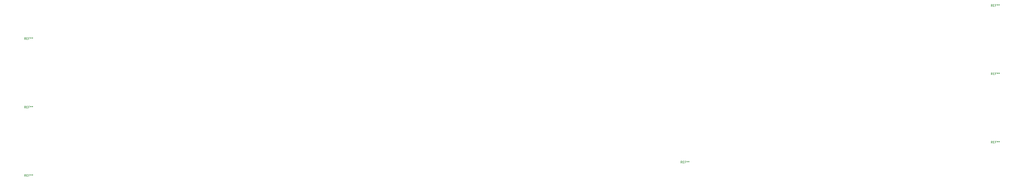
<source format=gto>
G04 #@! TF.GenerationSoftware,KiCad,Pcbnew,8.0.3*
G04 #@! TF.CreationDate,2024-09-11T17:16:18-04:00*
G04 #@! TF.ProjectId,cover_plate,636f7665-725f-4706-9c61-74652e6b6963,rev?*
G04 #@! TF.SameCoordinates,Original*
G04 #@! TF.FileFunction,Legend,Top*
G04 #@! TF.FilePolarity,Positive*
%FSLAX46Y46*%
G04 Gerber Fmt 4.6, Leading zero omitted, Abs format (unit mm)*
G04 Created by KiCad (PCBNEW 8.0.3) date 2024-09-11 17:16:18*
%MOMM*%
%LPD*%
G01*
G04 APERTURE LIST*
%ADD10C,0.150000*%
%ADD11C,2.200000*%
G04 APERTURE END LIST*
D10*
X79016666Y-127184819D02*
X78683333Y-126708628D01*
X78445238Y-127184819D02*
X78445238Y-126184819D01*
X78445238Y-126184819D02*
X78826190Y-126184819D01*
X78826190Y-126184819D02*
X78921428Y-126232438D01*
X78921428Y-126232438D02*
X78969047Y-126280057D01*
X78969047Y-126280057D02*
X79016666Y-126375295D01*
X79016666Y-126375295D02*
X79016666Y-126518152D01*
X79016666Y-126518152D02*
X78969047Y-126613390D01*
X78969047Y-126613390D02*
X78921428Y-126661009D01*
X78921428Y-126661009D02*
X78826190Y-126708628D01*
X78826190Y-126708628D02*
X78445238Y-126708628D01*
X79445238Y-126661009D02*
X79778571Y-126661009D01*
X79921428Y-127184819D02*
X79445238Y-127184819D01*
X79445238Y-127184819D02*
X79445238Y-126184819D01*
X79445238Y-126184819D02*
X79921428Y-126184819D01*
X80683333Y-126661009D02*
X80350000Y-126661009D01*
X80350000Y-127184819D02*
X80350000Y-126184819D01*
X80350000Y-126184819D02*
X80826190Y-126184819D01*
X81350000Y-126184819D02*
X81350000Y-126422914D01*
X81111905Y-126327676D02*
X81350000Y-126422914D01*
X81350000Y-126422914D02*
X81588095Y-126327676D01*
X81207143Y-126613390D02*
X81350000Y-126422914D01*
X81350000Y-126422914D02*
X81492857Y-126613390D01*
X82111905Y-126184819D02*
X82111905Y-126422914D01*
X81873810Y-126327676D02*
X82111905Y-126422914D01*
X82111905Y-126422914D02*
X82350000Y-126327676D01*
X81969048Y-126613390D02*
X82111905Y-126422914D01*
X82111905Y-126422914D02*
X82254762Y-126613390D01*
X528576666Y-143584819D02*
X528243333Y-143108628D01*
X528005238Y-143584819D02*
X528005238Y-142584819D01*
X528005238Y-142584819D02*
X528386190Y-142584819D01*
X528386190Y-142584819D02*
X528481428Y-142632438D01*
X528481428Y-142632438D02*
X528529047Y-142680057D01*
X528529047Y-142680057D02*
X528576666Y-142775295D01*
X528576666Y-142775295D02*
X528576666Y-142918152D01*
X528576666Y-142918152D02*
X528529047Y-143013390D01*
X528529047Y-143013390D02*
X528481428Y-143061009D01*
X528481428Y-143061009D02*
X528386190Y-143108628D01*
X528386190Y-143108628D02*
X528005238Y-143108628D01*
X529005238Y-143061009D02*
X529338571Y-143061009D01*
X529481428Y-143584819D02*
X529005238Y-143584819D01*
X529005238Y-143584819D02*
X529005238Y-142584819D01*
X529005238Y-142584819D02*
X529481428Y-142584819D01*
X530243333Y-143061009D02*
X529910000Y-143061009D01*
X529910000Y-143584819D02*
X529910000Y-142584819D01*
X529910000Y-142584819D02*
X530386190Y-142584819D01*
X530910000Y-142584819D02*
X530910000Y-142822914D01*
X530671905Y-142727676D02*
X530910000Y-142822914D01*
X530910000Y-142822914D02*
X531148095Y-142727676D01*
X530767143Y-143013390D02*
X530910000Y-142822914D01*
X530910000Y-142822914D02*
X531052857Y-143013390D01*
X531671905Y-142584819D02*
X531671905Y-142822914D01*
X531433810Y-142727676D02*
X531671905Y-142822914D01*
X531671905Y-142822914D02*
X531910000Y-142727676D01*
X531529048Y-143013390D02*
X531671905Y-142822914D01*
X531671905Y-142822914D02*
X531814762Y-143013390D01*
X528566666Y-175424819D02*
X528233333Y-174948628D01*
X527995238Y-175424819D02*
X527995238Y-174424819D01*
X527995238Y-174424819D02*
X528376190Y-174424819D01*
X528376190Y-174424819D02*
X528471428Y-174472438D01*
X528471428Y-174472438D02*
X528519047Y-174520057D01*
X528519047Y-174520057D02*
X528566666Y-174615295D01*
X528566666Y-174615295D02*
X528566666Y-174758152D01*
X528566666Y-174758152D02*
X528519047Y-174853390D01*
X528519047Y-174853390D02*
X528471428Y-174901009D01*
X528471428Y-174901009D02*
X528376190Y-174948628D01*
X528376190Y-174948628D02*
X527995238Y-174948628D01*
X528995238Y-174901009D02*
X529328571Y-174901009D01*
X529471428Y-175424819D02*
X528995238Y-175424819D01*
X528995238Y-175424819D02*
X528995238Y-174424819D01*
X528995238Y-174424819D02*
X529471428Y-174424819D01*
X530233333Y-174901009D02*
X529900000Y-174901009D01*
X529900000Y-175424819D02*
X529900000Y-174424819D01*
X529900000Y-174424819D02*
X530376190Y-174424819D01*
X530900000Y-174424819D02*
X530900000Y-174662914D01*
X530661905Y-174567676D02*
X530900000Y-174662914D01*
X530900000Y-174662914D02*
X531138095Y-174567676D01*
X530757143Y-174853390D02*
X530900000Y-174662914D01*
X530900000Y-174662914D02*
X531042857Y-174853390D01*
X531661905Y-174424819D02*
X531661905Y-174662914D01*
X531423810Y-174567676D02*
X531661905Y-174662914D01*
X531661905Y-174662914D02*
X531900000Y-174567676D01*
X531519048Y-174853390D02*
X531661905Y-174662914D01*
X531661905Y-174662914D02*
X531804762Y-174853390D01*
X528566666Y-111814819D02*
X528233333Y-111338628D01*
X527995238Y-111814819D02*
X527995238Y-110814819D01*
X527995238Y-110814819D02*
X528376190Y-110814819D01*
X528376190Y-110814819D02*
X528471428Y-110862438D01*
X528471428Y-110862438D02*
X528519047Y-110910057D01*
X528519047Y-110910057D02*
X528566666Y-111005295D01*
X528566666Y-111005295D02*
X528566666Y-111148152D01*
X528566666Y-111148152D02*
X528519047Y-111243390D01*
X528519047Y-111243390D02*
X528471428Y-111291009D01*
X528471428Y-111291009D02*
X528376190Y-111338628D01*
X528376190Y-111338628D02*
X527995238Y-111338628D01*
X528995238Y-111291009D02*
X529328571Y-111291009D01*
X529471428Y-111814819D02*
X528995238Y-111814819D01*
X528995238Y-111814819D02*
X528995238Y-110814819D01*
X528995238Y-110814819D02*
X529471428Y-110814819D01*
X530233333Y-111291009D02*
X529900000Y-111291009D01*
X529900000Y-111814819D02*
X529900000Y-110814819D01*
X529900000Y-110814819D02*
X530376190Y-110814819D01*
X530900000Y-110814819D02*
X530900000Y-111052914D01*
X530661905Y-110957676D02*
X530900000Y-111052914D01*
X530900000Y-111052914D02*
X531138095Y-110957676D01*
X530757143Y-111243390D02*
X530900000Y-111052914D01*
X530900000Y-111052914D02*
X531042857Y-111243390D01*
X531661905Y-110814819D02*
X531661905Y-111052914D01*
X531423810Y-110957676D02*
X531661905Y-111052914D01*
X531661905Y-111052914D02*
X531900000Y-110957676D01*
X531519048Y-111243390D02*
X531661905Y-111052914D01*
X531661905Y-111052914D02*
X531804762Y-111243390D01*
X79006666Y-159114819D02*
X78673333Y-158638628D01*
X78435238Y-159114819D02*
X78435238Y-158114819D01*
X78435238Y-158114819D02*
X78816190Y-158114819D01*
X78816190Y-158114819D02*
X78911428Y-158162438D01*
X78911428Y-158162438D02*
X78959047Y-158210057D01*
X78959047Y-158210057D02*
X79006666Y-158305295D01*
X79006666Y-158305295D02*
X79006666Y-158448152D01*
X79006666Y-158448152D02*
X78959047Y-158543390D01*
X78959047Y-158543390D02*
X78911428Y-158591009D01*
X78911428Y-158591009D02*
X78816190Y-158638628D01*
X78816190Y-158638628D02*
X78435238Y-158638628D01*
X79435238Y-158591009D02*
X79768571Y-158591009D01*
X79911428Y-159114819D02*
X79435238Y-159114819D01*
X79435238Y-159114819D02*
X79435238Y-158114819D01*
X79435238Y-158114819D02*
X79911428Y-158114819D01*
X80673333Y-158591009D02*
X80340000Y-158591009D01*
X80340000Y-159114819D02*
X80340000Y-158114819D01*
X80340000Y-158114819D02*
X80816190Y-158114819D01*
X81340000Y-158114819D02*
X81340000Y-158352914D01*
X81101905Y-158257676D02*
X81340000Y-158352914D01*
X81340000Y-158352914D02*
X81578095Y-158257676D01*
X81197143Y-158543390D02*
X81340000Y-158352914D01*
X81340000Y-158352914D02*
X81482857Y-158543390D01*
X82101905Y-158114819D02*
X82101905Y-158352914D01*
X81863810Y-158257676D02*
X82101905Y-158352914D01*
X82101905Y-158352914D02*
X82340000Y-158257676D01*
X81959048Y-158543390D02*
X82101905Y-158352914D01*
X82101905Y-158352914D02*
X82244762Y-158543390D01*
X79036666Y-190914819D02*
X78703333Y-190438628D01*
X78465238Y-190914819D02*
X78465238Y-189914819D01*
X78465238Y-189914819D02*
X78846190Y-189914819D01*
X78846190Y-189914819D02*
X78941428Y-189962438D01*
X78941428Y-189962438D02*
X78989047Y-190010057D01*
X78989047Y-190010057D02*
X79036666Y-190105295D01*
X79036666Y-190105295D02*
X79036666Y-190248152D01*
X79036666Y-190248152D02*
X78989047Y-190343390D01*
X78989047Y-190343390D02*
X78941428Y-190391009D01*
X78941428Y-190391009D02*
X78846190Y-190438628D01*
X78846190Y-190438628D02*
X78465238Y-190438628D01*
X79465238Y-190391009D02*
X79798571Y-190391009D01*
X79941428Y-190914819D02*
X79465238Y-190914819D01*
X79465238Y-190914819D02*
X79465238Y-189914819D01*
X79465238Y-189914819D02*
X79941428Y-189914819D01*
X80703333Y-190391009D02*
X80370000Y-190391009D01*
X80370000Y-190914819D02*
X80370000Y-189914819D01*
X80370000Y-189914819D02*
X80846190Y-189914819D01*
X81370000Y-189914819D02*
X81370000Y-190152914D01*
X81131905Y-190057676D02*
X81370000Y-190152914D01*
X81370000Y-190152914D02*
X81608095Y-190057676D01*
X81227143Y-190343390D02*
X81370000Y-190152914D01*
X81370000Y-190152914D02*
X81512857Y-190343390D01*
X82131905Y-189914819D02*
X82131905Y-190152914D01*
X81893810Y-190057676D02*
X82131905Y-190152914D01*
X82131905Y-190152914D02*
X82370000Y-190057676D01*
X81989048Y-190343390D02*
X82131905Y-190152914D01*
X82131905Y-190152914D02*
X82274762Y-190343390D01*
X384256666Y-184724819D02*
X383923333Y-184248628D01*
X383685238Y-184724819D02*
X383685238Y-183724819D01*
X383685238Y-183724819D02*
X384066190Y-183724819D01*
X384066190Y-183724819D02*
X384161428Y-183772438D01*
X384161428Y-183772438D02*
X384209047Y-183820057D01*
X384209047Y-183820057D02*
X384256666Y-183915295D01*
X384256666Y-183915295D02*
X384256666Y-184058152D01*
X384256666Y-184058152D02*
X384209047Y-184153390D01*
X384209047Y-184153390D02*
X384161428Y-184201009D01*
X384161428Y-184201009D02*
X384066190Y-184248628D01*
X384066190Y-184248628D02*
X383685238Y-184248628D01*
X384685238Y-184201009D02*
X385018571Y-184201009D01*
X385161428Y-184724819D02*
X384685238Y-184724819D01*
X384685238Y-184724819D02*
X384685238Y-183724819D01*
X384685238Y-183724819D02*
X385161428Y-183724819D01*
X385923333Y-184201009D02*
X385590000Y-184201009D01*
X385590000Y-184724819D02*
X385590000Y-183724819D01*
X385590000Y-183724819D02*
X386066190Y-183724819D01*
X386590000Y-183724819D02*
X386590000Y-183962914D01*
X386351905Y-183867676D02*
X386590000Y-183962914D01*
X386590000Y-183962914D02*
X386828095Y-183867676D01*
X386447143Y-184153390D02*
X386590000Y-183962914D01*
X386590000Y-183962914D02*
X386732857Y-184153390D01*
X387351905Y-183724819D02*
X387351905Y-183962914D01*
X387113810Y-183867676D02*
X387351905Y-183962914D01*
X387351905Y-183962914D02*
X387590000Y-183867676D01*
X387209048Y-184153390D02*
X387351905Y-183962914D01*
X387351905Y-183962914D02*
X387494762Y-184153390D01*
%LPC*%
D11*
X80350000Y-129930000D03*
X529910000Y-146330000D03*
X529900000Y-178170000D03*
X529900000Y-114560000D03*
X80340000Y-161860000D03*
X80370000Y-193660000D03*
X385590000Y-187470000D03*
%LPD*%
M02*

</source>
